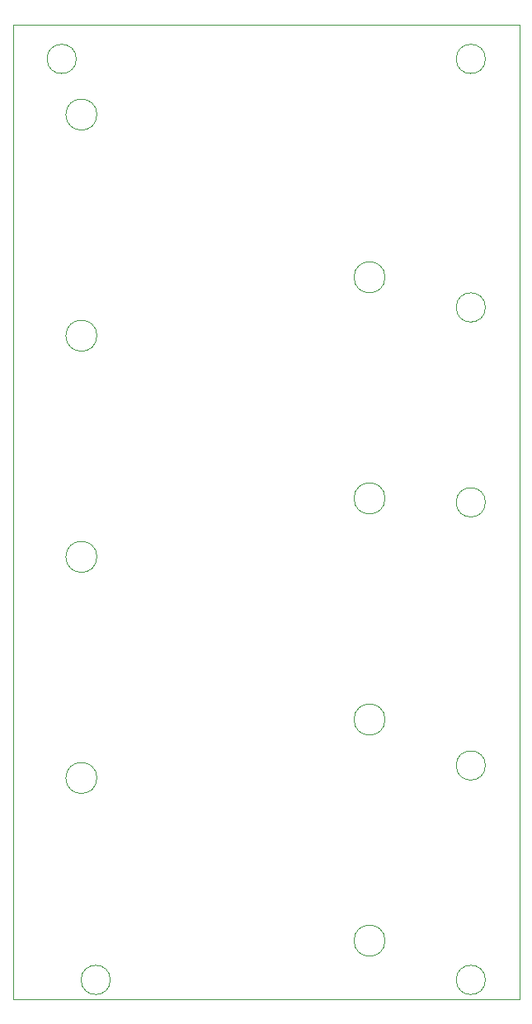
<source format=gm1>
G04 #@! TF.GenerationSoftware,KiCad,Pcbnew,9.0.0-9.0.0-2~ubuntu24.04.1*
G04 #@! TF.CreationDate,2025-04-02T19:47:33+02:00*
G04 #@! TF.ProjectId,Buck_InterFace,4275636b-5f49-46e7-9465-72466163652e,rev?*
G04 #@! TF.SameCoordinates,Original*
G04 #@! TF.FileFunction,Profile,NP*
%FSLAX46Y46*%
G04 Gerber Fmt 4.6, Leading zero omitted, Abs format (unit mm)*
G04 Created by KiCad (PCBNEW 9.0.0-9.0.0-2~ubuntu24.04.1) date 2025-04-02 19:47:33*
%MOMM*%
%LPD*%
G01*
G04 APERTURE LIST*
G04 #@! TA.AperFunction,Profile*
%ADD10C,0.050000*%
G04 #@! TD*
G04 APERTURE END LIST*
D10*
X153000000Y-84500000D02*
G75*
G02*
X150000000Y-84500000I-1500000J0D01*
G01*
X150000000Y-84500000D02*
G75*
G02*
X153000000Y-84500000I1500000J0D01*
G01*
X111000000Y-39000000D02*
G75*
G02*
X108000000Y-39000000I-1500000J0D01*
G01*
X108000000Y-39000000D02*
G75*
G02*
X111000000Y-39000000I1500000J0D01*
G01*
X104500000Y-35500000D02*
X156500000Y-35500000D01*
X156500000Y-135500000D01*
X104500000Y-135500000D01*
X104500000Y-35500000D01*
X153000000Y-39000000D02*
G75*
G02*
X150000000Y-39000000I-1500000J0D01*
G01*
X150000000Y-39000000D02*
G75*
G02*
X153000000Y-39000000I1500000J0D01*
G01*
X153000000Y-64500000D02*
G75*
G02*
X150000000Y-64500000I-1500000J0D01*
G01*
X150000000Y-64500000D02*
G75*
G02*
X153000000Y-64500000I1500000J0D01*
G01*
X153000000Y-111500000D02*
G75*
G02*
X150000000Y-111500000I-1500000J0D01*
G01*
X150000000Y-111500000D02*
G75*
G02*
X153000000Y-111500000I1500000J0D01*
G01*
X114500000Y-133500000D02*
G75*
G02*
X111500000Y-133500000I-1500000J0D01*
G01*
X111500000Y-133500000D02*
G75*
G02*
X114500000Y-133500000I1500000J0D01*
G01*
X153000000Y-133500000D02*
G75*
G02*
X150000000Y-133500000I-1500000J0D01*
G01*
X150000000Y-133500000D02*
G75*
G02*
X153000000Y-133500000I1500000J0D01*
G01*
X113119558Y-44712000D02*
G75*
G02*
X109932000Y-44712000I-1593779J0D01*
G01*
X109932000Y-44712000D02*
G75*
G02*
X113119558Y-44712000I1593779J0D01*
G01*
X142698000Y-61406359D02*
G75*
G02*
X139510718Y-61406359I-1593641J0D01*
G01*
X139510718Y-61406359D02*
G75*
G02*
X142698000Y-61406359I1593641J0D01*
G01*
X113119558Y-67402000D02*
G75*
G02*
X109932000Y-67402000I-1593779J0D01*
G01*
X109932000Y-67402000D02*
G75*
G02*
X113119558Y-67402000I1593779J0D01*
G01*
X142698000Y-84096359D02*
G75*
G02*
X139510718Y-84096359I-1593641J0D01*
G01*
X139510718Y-84096359D02*
G75*
G02*
X142698000Y-84096359I1593641J0D01*
G01*
X113119558Y-90092000D02*
G75*
G02*
X109932000Y-90092000I-1593779J0D01*
G01*
X109932000Y-90092000D02*
G75*
G02*
X113119558Y-90092000I1593779J0D01*
G01*
X142698000Y-106786359D02*
G75*
G02*
X139510718Y-106786359I-1593641J0D01*
G01*
X139510718Y-106786359D02*
G75*
G02*
X142698000Y-106786359I1593641J0D01*
G01*
X113119558Y-112782000D02*
G75*
G02*
X109932000Y-112782000I-1593779J0D01*
G01*
X109932000Y-112782000D02*
G75*
G02*
X113119558Y-112782000I1593779J0D01*
G01*
X142698000Y-129476359D02*
G75*
G02*
X139510718Y-129476359I-1593641J0D01*
G01*
X139510718Y-129476359D02*
G75*
G02*
X142698000Y-129476359I1593641J0D01*
G01*
M02*

</source>
